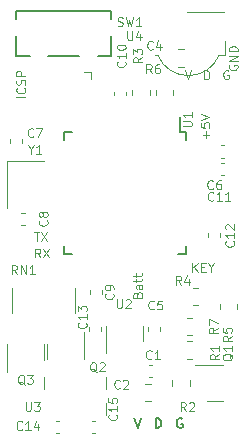
<source format=gbr>
%TF.GenerationSoftware,KiCad,Pcbnew,(7.0.0)*%
%TF.CreationDate,2024-01-17T13:13:29+01:00*%
%TF.ProjectId,LED_poi,4c45445f-706f-4692-9e6b-696361645f70,A*%
%TF.SameCoordinates,Original*%
%TF.FileFunction,Legend,Top*%
%TF.FilePolarity,Positive*%
%FSLAX46Y46*%
G04 Gerber Fmt 4.6, Leading zero omitted, Abs format (unit mm)*
G04 Created by KiCad (PCBNEW (7.0.0)) date 2024-01-17 13:13:29*
%MOMM*%
%LPD*%
G01*
G04 APERTURE LIST*
%ADD10C,0.120000*%
%ADD11C,0.150000*%
%ADD12C,0.152400*%
G04 APERTURE END LIST*
D10*
%TO.C,C8*%
X85604107Y-63525000D02*
X85639821Y-63560714D01*
X85639821Y-63560714D02*
X85675535Y-63667857D01*
X85675535Y-63667857D02*
X85675535Y-63739285D01*
X85675535Y-63739285D02*
X85639821Y-63846428D01*
X85639821Y-63846428D02*
X85568392Y-63917857D01*
X85568392Y-63917857D02*
X85496964Y-63953571D01*
X85496964Y-63953571D02*
X85354107Y-63989285D01*
X85354107Y-63989285D02*
X85246964Y-63989285D01*
X85246964Y-63989285D02*
X85104107Y-63953571D01*
X85104107Y-63953571D02*
X85032678Y-63917857D01*
X85032678Y-63917857D02*
X84961250Y-63846428D01*
X84961250Y-63846428D02*
X84925535Y-63739285D01*
X84925535Y-63739285D02*
X84925535Y-63667857D01*
X84925535Y-63667857D02*
X84961250Y-63560714D01*
X84961250Y-63560714D02*
X84996964Y-63525000D01*
X85246964Y-63096428D02*
X85211250Y-63167857D01*
X85211250Y-63167857D02*
X85175535Y-63203571D01*
X85175535Y-63203571D02*
X85104107Y-63239285D01*
X85104107Y-63239285D02*
X85068392Y-63239285D01*
X85068392Y-63239285D02*
X84996964Y-63203571D01*
X84996964Y-63203571D02*
X84961250Y-63167857D01*
X84961250Y-63167857D02*
X84925535Y-63096428D01*
X84925535Y-63096428D02*
X84925535Y-62953571D01*
X84925535Y-62953571D02*
X84961250Y-62882143D01*
X84961250Y-62882143D02*
X84996964Y-62846428D01*
X84996964Y-62846428D02*
X85068392Y-62810714D01*
X85068392Y-62810714D02*
X85104107Y-62810714D01*
X85104107Y-62810714D02*
X85175535Y-62846428D01*
X85175535Y-62846428D02*
X85211250Y-62882143D01*
X85211250Y-62882143D02*
X85246964Y-62953571D01*
X85246964Y-62953571D02*
X85246964Y-63096428D01*
X85246964Y-63096428D02*
X85282678Y-63167857D01*
X85282678Y-63167857D02*
X85318392Y-63203571D01*
X85318392Y-63203571D02*
X85389821Y-63239285D01*
X85389821Y-63239285D02*
X85532678Y-63239285D01*
X85532678Y-63239285D02*
X85604107Y-63203571D01*
X85604107Y-63203571D02*
X85639821Y-63167857D01*
X85639821Y-63167857D02*
X85675535Y-63096428D01*
X85675535Y-63096428D02*
X85675535Y-62953571D01*
X85675535Y-62953571D02*
X85639821Y-62882143D01*
X85639821Y-62882143D02*
X85604107Y-62846428D01*
X85604107Y-62846428D02*
X85532678Y-62810714D01*
X85532678Y-62810714D02*
X85389821Y-62810714D01*
X85389821Y-62810714D02*
X85318392Y-62846428D01*
X85318392Y-62846428D02*
X85282678Y-62882143D01*
X85282678Y-62882143D02*
X85246964Y-62953571D01*
%TO.C,Q2*%
X89828571Y-76371964D02*
X89757142Y-76336250D01*
X89757142Y-76336250D02*
X89685714Y-76264821D01*
X89685714Y-76264821D02*
X89578571Y-76157678D01*
X89578571Y-76157678D02*
X89507142Y-76121964D01*
X89507142Y-76121964D02*
X89435714Y-76121964D01*
X89471428Y-76300535D02*
X89400000Y-76264821D01*
X89400000Y-76264821D02*
X89328571Y-76193392D01*
X89328571Y-76193392D02*
X89292857Y-76050535D01*
X89292857Y-76050535D02*
X89292857Y-75800535D01*
X89292857Y-75800535D02*
X89328571Y-75657678D01*
X89328571Y-75657678D02*
X89400000Y-75586250D01*
X89400000Y-75586250D02*
X89471428Y-75550535D01*
X89471428Y-75550535D02*
X89614285Y-75550535D01*
X89614285Y-75550535D02*
X89685714Y-75586250D01*
X89685714Y-75586250D02*
X89757142Y-75657678D01*
X89757142Y-75657678D02*
X89792857Y-75800535D01*
X89792857Y-75800535D02*
X89792857Y-76050535D01*
X89792857Y-76050535D02*
X89757142Y-76193392D01*
X89757142Y-76193392D02*
X89685714Y-76264821D01*
X89685714Y-76264821D02*
X89614285Y-76300535D01*
X89614285Y-76300535D02*
X89471428Y-76300535D01*
X90078571Y-75621964D02*
X90114285Y-75586250D01*
X90114285Y-75586250D02*
X90185714Y-75550535D01*
X90185714Y-75550535D02*
X90364285Y-75550535D01*
X90364285Y-75550535D02*
X90435714Y-75586250D01*
X90435714Y-75586250D02*
X90471428Y-75621964D01*
X90471428Y-75621964D02*
X90507142Y-75693392D01*
X90507142Y-75693392D02*
X90507142Y-75764821D01*
X90507142Y-75764821D02*
X90471428Y-75871964D01*
X90471428Y-75871964D02*
X90042856Y-76300535D01*
X90042856Y-76300535D02*
X90507142Y-76300535D01*
%TO.C,RN1*%
X83082142Y-68075535D02*
X82832142Y-67718392D01*
X82653571Y-68075535D02*
X82653571Y-67325535D01*
X82653571Y-67325535D02*
X82939285Y-67325535D01*
X82939285Y-67325535D02*
X83010714Y-67361250D01*
X83010714Y-67361250D02*
X83046428Y-67396964D01*
X83046428Y-67396964D02*
X83082142Y-67468392D01*
X83082142Y-67468392D02*
X83082142Y-67575535D01*
X83082142Y-67575535D02*
X83046428Y-67646964D01*
X83046428Y-67646964D02*
X83010714Y-67682678D01*
X83010714Y-67682678D02*
X82939285Y-67718392D01*
X82939285Y-67718392D02*
X82653571Y-67718392D01*
X83403571Y-68075535D02*
X83403571Y-67325535D01*
X83403571Y-67325535D02*
X83832142Y-68075535D01*
X83832142Y-68075535D02*
X83832142Y-67325535D01*
X84582142Y-68075535D02*
X84153571Y-68075535D01*
X84367856Y-68075535D02*
X84367856Y-67325535D01*
X84367856Y-67325535D02*
X84296428Y-67432678D01*
X84296428Y-67432678D02*
X84224999Y-67504107D01*
X84224999Y-67504107D02*
X84153571Y-67539821D01*
%TO.C,J6*%
X99089821Y-56564285D02*
X99089821Y-55992857D01*
X99375535Y-56278571D02*
X98804107Y-56278571D01*
X98625535Y-55278571D02*
X98625535Y-55635714D01*
X98625535Y-55635714D02*
X98982678Y-55671428D01*
X98982678Y-55671428D02*
X98946964Y-55635714D01*
X98946964Y-55635714D02*
X98911250Y-55564286D01*
X98911250Y-55564286D02*
X98911250Y-55385714D01*
X98911250Y-55385714D02*
X98946964Y-55314286D01*
X98946964Y-55314286D02*
X98982678Y-55278571D01*
X98982678Y-55278571D02*
X99054107Y-55242857D01*
X99054107Y-55242857D02*
X99232678Y-55242857D01*
X99232678Y-55242857D02*
X99304107Y-55278571D01*
X99304107Y-55278571D02*
X99339821Y-55314286D01*
X99339821Y-55314286D02*
X99375535Y-55385714D01*
X99375535Y-55385714D02*
X99375535Y-55564286D01*
X99375535Y-55564286D02*
X99339821Y-55635714D01*
X99339821Y-55635714D02*
X99304107Y-55671428D01*
X98625535Y-55028571D02*
X99375535Y-54778571D01*
X99375535Y-54778571D02*
X98625535Y-54528571D01*
%TO.C,J9*%
X101061250Y-50371428D02*
X101025535Y-50442857D01*
X101025535Y-50442857D02*
X101025535Y-50549999D01*
X101025535Y-50549999D02*
X101061250Y-50657142D01*
X101061250Y-50657142D02*
X101132678Y-50728571D01*
X101132678Y-50728571D02*
X101204107Y-50764285D01*
X101204107Y-50764285D02*
X101346964Y-50799999D01*
X101346964Y-50799999D02*
X101454107Y-50799999D01*
X101454107Y-50799999D02*
X101596964Y-50764285D01*
X101596964Y-50764285D02*
X101668392Y-50728571D01*
X101668392Y-50728571D02*
X101739821Y-50657142D01*
X101739821Y-50657142D02*
X101775535Y-50549999D01*
X101775535Y-50549999D02*
X101775535Y-50478571D01*
X101775535Y-50478571D02*
X101739821Y-50371428D01*
X101739821Y-50371428D02*
X101704107Y-50335714D01*
X101704107Y-50335714D02*
X101454107Y-50335714D01*
X101454107Y-50335714D02*
X101454107Y-50478571D01*
X101775535Y-50014285D02*
X101025535Y-50014285D01*
X101025535Y-50014285D02*
X101775535Y-49585714D01*
X101775535Y-49585714D02*
X101025535Y-49585714D01*
X101775535Y-49228571D02*
X101025535Y-49228571D01*
X101025535Y-49228571D02*
X101025535Y-49050000D01*
X101025535Y-49050000D02*
X101061250Y-48942857D01*
X101061250Y-48942857D02*
X101132678Y-48871428D01*
X101132678Y-48871428D02*
X101204107Y-48835714D01*
X101204107Y-48835714D02*
X101346964Y-48800000D01*
X101346964Y-48800000D02*
X101454107Y-48800000D01*
X101454107Y-48800000D02*
X101596964Y-48835714D01*
X101596964Y-48835714D02*
X101668392Y-48871428D01*
X101668392Y-48871428D02*
X101739821Y-48942857D01*
X101739821Y-48942857D02*
X101775535Y-49050000D01*
X101775535Y-49050000D02*
X101775535Y-49228571D01*
%TO.C,SW1*%
X91600000Y-47039821D02*
X91707143Y-47075535D01*
X91707143Y-47075535D02*
X91885714Y-47075535D01*
X91885714Y-47075535D02*
X91957143Y-47039821D01*
X91957143Y-47039821D02*
X91992857Y-47004107D01*
X91992857Y-47004107D02*
X92028571Y-46932678D01*
X92028571Y-46932678D02*
X92028571Y-46861250D01*
X92028571Y-46861250D02*
X91992857Y-46789821D01*
X91992857Y-46789821D02*
X91957143Y-46754107D01*
X91957143Y-46754107D02*
X91885714Y-46718392D01*
X91885714Y-46718392D02*
X91742857Y-46682678D01*
X91742857Y-46682678D02*
X91671428Y-46646964D01*
X91671428Y-46646964D02*
X91635714Y-46611250D01*
X91635714Y-46611250D02*
X91600000Y-46539821D01*
X91600000Y-46539821D02*
X91600000Y-46468392D01*
X91600000Y-46468392D02*
X91635714Y-46396964D01*
X91635714Y-46396964D02*
X91671428Y-46361250D01*
X91671428Y-46361250D02*
X91742857Y-46325535D01*
X91742857Y-46325535D02*
X91921428Y-46325535D01*
X91921428Y-46325535D02*
X92028571Y-46361250D01*
X92278571Y-46325535D02*
X92457143Y-47075535D01*
X92457143Y-47075535D02*
X92600000Y-46539821D01*
X92600000Y-46539821D02*
X92742857Y-47075535D01*
X92742857Y-47075535D02*
X92921429Y-46325535D01*
X93600000Y-47075535D02*
X93171429Y-47075535D01*
X93385714Y-47075535D02*
X93385714Y-46325535D01*
X93385714Y-46325535D02*
X93314286Y-46432678D01*
X93314286Y-46432678D02*
X93242857Y-46504107D01*
X93242857Y-46504107D02*
X93171429Y-46539821D01*
%TO.C,C1*%
X94474999Y-75204107D02*
X94439285Y-75239821D01*
X94439285Y-75239821D02*
X94332142Y-75275535D01*
X94332142Y-75275535D02*
X94260714Y-75275535D01*
X94260714Y-75275535D02*
X94153571Y-75239821D01*
X94153571Y-75239821D02*
X94082142Y-75168392D01*
X94082142Y-75168392D02*
X94046428Y-75096964D01*
X94046428Y-75096964D02*
X94010714Y-74954107D01*
X94010714Y-74954107D02*
X94010714Y-74846964D01*
X94010714Y-74846964D02*
X94046428Y-74704107D01*
X94046428Y-74704107D02*
X94082142Y-74632678D01*
X94082142Y-74632678D02*
X94153571Y-74561250D01*
X94153571Y-74561250D02*
X94260714Y-74525535D01*
X94260714Y-74525535D02*
X94332142Y-74525535D01*
X94332142Y-74525535D02*
X94439285Y-74561250D01*
X94439285Y-74561250D02*
X94474999Y-74596964D01*
X95189285Y-75275535D02*
X94760714Y-75275535D01*
X94974999Y-75275535D02*
X94974999Y-74525535D01*
X94974999Y-74525535D02*
X94903571Y-74632678D01*
X94903571Y-74632678D02*
X94832142Y-74704107D01*
X94832142Y-74704107D02*
X94760714Y-74739821D01*
%TO.C,U4*%
X92428571Y-47525535D02*
X92428571Y-48132678D01*
X92428571Y-48132678D02*
X92464285Y-48204107D01*
X92464285Y-48204107D02*
X92500000Y-48239821D01*
X92500000Y-48239821D02*
X92571428Y-48275535D01*
X92571428Y-48275535D02*
X92714285Y-48275535D01*
X92714285Y-48275535D02*
X92785714Y-48239821D01*
X92785714Y-48239821D02*
X92821428Y-48204107D01*
X92821428Y-48204107D02*
X92857142Y-48132678D01*
X92857142Y-48132678D02*
X92857142Y-47525535D01*
X93535714Y-47775535D02*
X93535714Y-48275535D01*
X93357142Y-47489821D02*
X93178571Y-48025535D01*
X93178571Y-48025535D02*
X93642856Y-48025535D01*
%TO.C,R5*%
X101275535Y-73325000D02*
X100918392Y-73575000D01*
X101275535Y-73753571D02*
X100525535Y-73753571D01*
X100525535Y-73753571D02*
X100525535Y-73467857D01*
X100525535Y-73467857D02*
X100561250Y-73396428D01*
X100561250Y-73396428D02*
X100596964Y-73360714D01*
X100596964Y-73360714D02*
X100668392Y-73325000D01*
X100668392Y-73325000D02*
X100775535Y-73325000D01*
X100775535Y-73325000D02*
X100846964Y-73360714D01*
X100846964Y-73360714D02*
X100882678Y-73396428D01*
X100882678Y-73396428D02*
X100918392Y-73467857D01*
X100918392Y-73467857D02*
X100918392Y-73753571D01*
X100525535Y-72646428D02*
X100525535Y-73003571D01*
X100525535Y-73003571D02*
X100882678Y-73039285D01*
X100882678Y-73039285D02*
X100846964Y-73003571D01*
X100846964Y-73003571D02*
X100811250Y-72932143D01*
X100811250Y-72932143D02*
X100811250Y-72753571D01*
X100811250Y-72753571D02*
X100846964Y-72682143D01*
X100846964Y-72682143D02*
X100882678Y-72646428D01*
X100882678Y-72646428D02*
X100954107Y-72610714D01*
X100954107Y-72610714D02*
X101132678Y-72610714D01*
X101132678Y-72610714D02*
X101204107Y-72646428D01*
X101204107Y-72646428D02*
X101239821Y-72682143D01*
X101239821Y-72682143D02*
X101275535Y-72753571D01*
X101275535Y-72753571D02*
X101275535Y-72932143D01*
X101275535Y-72932143D02*
X101239821Y-73003571D01*
X101239821Y-73003571D02*
X101204107Y-73039285D01*
%TO.C,C2*%
X91774999Y-77704107D02*
X91739285Y-77739821D01*
X91739285Y-77739821D02*
X91632142Y-77775535D01*
X91632142Y-77775535D02*
X91560714Y-77775535D01*
X91560714Y-77775535D02*
X91453571Y-77739821D01*
X91453571Y-77739821D02*
X91382142Y-77668392D01*
X91382142Y-77668392D02*
X91346428Y-77596964D01*
X91346428Y-77596964D02*
X91310714Y-77454107D01*
X91310714Y-77454107D02*
X91310714Y-77346964D01*
X91310714Y-77346964D02*
X91346428Y-77204107D01*
X91346428Y-77204107D02*
X91382142Y-77132678D01*
X91382142Y-77132678D02*
X91453571Y-77061250D01*
X91453571Y-77061250D02*
X91560714Y-77025535D01*
X91560714Y-77025535D02*
X91632142Y-77025535D01*
X91632142Y-77025535D02*
X91739285Y-77061250D01*
X91739285Y-77061250D02*
X91774999Y-77096964D01*
X92060714Y-77096964D02*
X92096428Y-77061250D01*
X92096428Y-77061250D02*
X92167857Y-77025535D01*
X92167857Y-77025535D02*
X92346428Y-77025535D01*
X92346428Y-77025535D02*
X92417857Y-77061250D01*
X92417857Y-77061250D02*
X92453571Y-77096964D01*
X92453571Y-77096964D02*
X92489285Y-77168392D01*
X92489285Y-77168392D02*
X92489285Y-77239821D01*
X92489285Y-77239821D02*
X92453571Y-77346964D01*
X92453571Y-77346964D02*
X92024999Y-77775535D01*
X92024999Y-77775535D02*
X92489285Y-77775535D01*
%TO.C,C5*%
X94674999Y-71004107D02*
X94639285Y-71039821D01*
X94639285Y-71039821D02*
X94532142Y-71075535D01*
X94532142Y-71075535D02*
X94460714Y-71075535D01*
X94460714Y-71075535D02*
X94353571Y-71039821D01*
X94353571Y-71039821D02*
X94282142Y-70968392D01*
X94282142Y-70968392D02*
X94246428Y-70896964D01*
X94246428Y-70896964D02*
X94210714Y-70754107D01*
X94210714Y-70754107D02*
X94210714Y-70646964D01*
X94210714Y-70646964D02*
X94246428Y-70504107D01*
X94246428Y-70504107D02*
X94282142Y-70432678D01*
X94282142Y-70432678D02*
X94353571Y-70361250D01*
X94353571Y-70361250D02*
X94460714Y-70325535D01*
X94460714Y-70325535D02*
X94532142Y-70325535D01*
X94532142Y-70325535D02*
X94639285Y-70361250D01*
X94639285Y-70361250D02*
X94674999Y-70396964D01*
X95353571Y-70325535D02*
X94996428Y-70325535D01*
X94996428Y-70325535D02*
X94960714Y-70682678D01*
X94960714Y-70682678D02*
X94996428Y-70646964D01*
X94996428Y-70646964D02*
X95067857Y-70611250D01*
X95067857Y-70611250D02*
X95246428Y-70611250D01*
X95246428Y-70611250D02*
X95317857Y-70646964D01*
X95317857Y-70646964D02*
X95353571Y-70682678D01*
X95353571Y-70682678D02*
X95389285Y-70754107D01*
X95389285Y-70754107D02*
X95389285Y-70932678D01*
X95389285Y-70932678D02*
X95353571Y-71004107D01*
X95353571Y-71004107D02*
X95317857Y-71039821D01*
X95317857Y-71039821D02*
X95246428Y-71075535D01*
X95246428Y-71075535D02*
X95067857Y-71075535D01*
X95067857Y-71075535D02*
X94996428Y-71039821D01*
X94996428Y-71039821D02*
X94960714Y-71004107D01*
%TO.C,R6*%
X94474999Y-51075535D02*
X94224999Y-50718392D01*
X94046428Y-51075535D02*
X94046428Y-50325535D01*
X94046428Y-50325535D02*
X94332142Y-50325535D01*
X94332142Y-50325535D02*
X94403571Y-50361250D01*
X94403571Y-50361250D02*
X94439285Y-50396964D01*
X94439285Y-50396964D02*
X94474999Y-50468392D01*
X94474999Y-50468392D02*
X94474999Y-50575535D01*
X94474999Y-50575535D02*
X94439285Y-50646964D01*
X94439285Y-50646964D02*
X94403571Y-50682678D01*
X94403571Y-50682678D02*
X94332142Y-50718392D01*
X94332142Y-50718392D02*
X94046428Y-50718392D01*
X95117857Y-50325535D02*
X94974999Y-50325535D01*
X94974999Y-50325535D02*
X94903571Y-50361250D01*
X94903571Y-50361250D02*
X94867857Y-50396964D01*
X94867857Y-50396964D02*
X94796428Y-50504107D01*
X94796428Y-50504107D02*
X94760714Y-50646964D01*
X94760714Y-50646964D02*
X94760714Y-50932678D01*
X94760714Y-50932678D02*
X94796428Y-51004107D01*
X94796428Y-51004107D02*
X94832142Y-51039821D01*
X94832142Y-51039821D02*
X94903571Y-51075535D01*
X94903571Y-51075535D02*
X95046428Y-51075535D01*
X95046428Y-51075535D02*
X95117857Y-51039821D01*
X95117857Y-51039821D02*
X95153571Y-51004107D01*
X95153571Y-51004107D02*
X95189285Y-50932678D01*
X95189285Y-50932678D02*
X95189285Y-50754107D01*
X95189285Y-50754107D02*
X95153571Y-50682678D01*
X95153571Y-50682678D02*
X95117857Y-50646964D01*
X95117857Y-50646964D02*
X95046428Y-50611250D01*
X95046428Y-50611250D02*
X94903571Y-50611250D01*
X94903571Y-50611250D02*
X94832142Y-50646964D01*
X94832142Y-50646964D02*
X94796428Y-50682678D01*
X94796428Y-50682678D02*
X94760714Y-50754107D01*
%TO.C,Y1*%
X84242857Y-57518392D02*
X84242857Y-57875535D01*
X83992857Y-57125535D02*
X84242857Y-57518392D01*
X84242857Y-57518392D02*
X84492857Y-57125535D01*
X85135714Y-57875535D02*
X84707143Y-57875535D01*
X84921428Y-57875535D02*
X84921428Y-57125535D01*
X84921428Y-57125535D02*
X84850000Y-57232678D01*
X84850000Y-57232678D02*
X84778571Y-57304107D01*
X84778571Y-57304107D02*
X84707143Y-57339821D01*
%TO.C,Q1*%
X101346964Y-74821428D02*
X101311250Y-74892857D01*
X101311250Y-74892857D02*
X101239821Y-74964285D01*
X101239821Y-74964285D02*
X101132678Y-75071428D01*
X101132678Y-75071428D02*
X101096964Y-75142857D01*
X101096964Y-75142857D02*
X101096964Y-75214285D01*
X101275535Y-75178571D02*
X101239821Y-75250000D01*
X101239821Y-75250000D02*
X101168392Y-75321428D01*
X101168392Y-75321428D02*
X101025535Y-75357142D01*
X101025535Y-75357142D02*
X100775535Y-75357142D01*
X100775535Y-75357142D02*
X100632678Y-75321428D01*
X100632678Y-75321428D02*
X100561250Y-75250000D01*
X100561250Y-75250000D02*
X100525535Y-75178571D01*
X100525535Y-75178571D02*
X100525535Y-75035714D01*
X100525535Y-75035714D02*
X100561250Y-74964285D01*
X100561250Y-74964285D02*
X100632678Y-74892857D01*
X100632678Y-74892857D02*
X100775535Y-74857142D01*
X100775535Y-74857142D02*
X101025535Y-74857142D01*
X101025535Y-74857142D02*
X101168392Y-74892857D01*
X101168392Y-74892857D02*
X101239821Y-74964285D01*
X101239821Y-74964285D02*
X101275535Y-75035714D01*
X101275535Y-75035714D02*
X101275535Y-75178571D01*
X101275535Y-74142857D02*
X101275535Y-74571428D01*
X101275535Y-74357143D02*
X100525535Y-74357143D01*
X100525535Y-74357143D02*
X100632678Y-74428571D01*
X100632678Y-74428571D02*
X100704107Y-74500000D01*
X100704107Y-74500000D02*
X100739821Y-74571428D01*
%TO.C,R3*%
X93675535Y-49725000D02*
X93318392Y-49975000D01*
X93675535Y-50153571D02*
X92925535Y-50153571D01*
X92925535Y-50153571D02*
X92925535Y-49867857D01*
X92925535Y-49867857D02*
X92961250Y-49796428D01*
X92961250Y-49796428D02*
X92996964Y-49760714D01*
X92996964Y-49760714D02*
X93068392Y-49725000D01*
X93068392Y-49725000D02*
X93175535Y-49725000D01*
X93175535Y-49725000D02*
X93246964Y-49760714D01*
X93246964Y-49760714D02*
X93282678Y-49796428D01*
X93282678Y-49796428D02*
X93318392Y-49867857D01*
X93318392Y-49867857D02*
X93318392Y-50153571D01*
X92925535Y-49475000D02*
X92925535Y-49010714D01*
X92925535Y-49010714D02*
X93211250Y-49260714D01*
X93211250Y-49260714D02*
X93211250Y-49153571D01*
X93211250Y-49153571D02*
X93246964Y-49082143D01*
X93246964Y-49082143D02*
X93282678Y-49046428D01*
X93282678Y-49046428D02*
X93354107Y-49010714D01*
X93354107Y-49010714D02*
X93532678Y-49010714D01*
X93532678Y-49010714D02*
X93604107Y-49046428D01*
X93604107Y-49046428D02*
X93639821Y-49082143D01*
X93639821Y-49082143D02*
X93675535Y-49153571D01*
X93675535Y-49153571D02*
X93675535Y-49367857D01*
X93675535Y-49367857D02*
X93639821Y-49439285D01*
X93639821Y-49439285D02*
X93604107Y-49475000D01*
D11*
%TO.C,J3*%
X93022667Y-80281253D02*
X93296000Y-81101253D01*
X93296000Y-81101253D02*
X93569333Y-80281253D01*
X94826667Y-81101253D02*
X94826667Y-80281253D01*
X94826667Y-80281253D02*
X95021905Y-80281253D01*
X95021905Y-80281253D02*
X95139048Y-80320301D01*
X95139048Y-80320301D02*
X95217143Y-80398396D01*
X95217143Y-80398396D02*
X95256190Y-80476491D01*
X95256190Y-80476491D02*
X95295238Y-80632681D01*
X95295238Y-80632681D02*
X95295238Y-80749824D01*
X95295238Y-80749824D02*
X95256190Y-80906015D01*
X95256190Y-80906015D02*
X95217143Y-80984110D01*
X95217143Y-80984110D02*
X95139048Y-81062205D01*
X95139048Y-81062205D02*
X95021905Y-81101253D01*
X95021905Y-81101253D02*
X94826667Y-81101253D01*
X97060190Y-80320301D02*
X96982095Y-80281253D01*
X96982095Y-80281253D02*
X96864952Y-80281253D01*
X96864952Y-80281253D02*
X96747809Y-80320301D01*
X96747809Y-80320301D02*
X96669714Y-80398396D01*
X96669714Y-80398396D02*
X96630667Y-80476491D01*
X96630667Y-80476491D02*
X96591619Y-80632681D01*
X96591619Y-80632681D02*
X96591619Y-80749824D01*
X96591619Y-80749824D02*
X96630667Y-80906015D01*
X96630667Y-80906015D02*
X96669714Y-80984110D01*
X96669714Y-80984110D02*
X96747809Y-81062205D01*
X96747809Y-81062205D02*
X96864952Y-81101253D01*
X96864952Y-81101253D02*
X96943048Y-81101253D01*
X96943048Y-81101253D02*
X97060190Y-81062205D01*
X97060190Y-81062205D02*
X97099238Y-81023158D01*
X97099238Y-81023158D02*
X97099238Y-80749824D01*
X97099238Y-80749824D02*
X96943048Y-80749824D01*
D10*
%TO.C,U1*%
X97125535Y-55571428D02*
X97732678Y-55571428D01*
X97732678Y-55571428D02*
X97804107Y-55535714D01*
X97804107Y-55535714D02*
X97839821Y-55500000D01*
X97839821Y-55500000D02*
X97875535Y-55428571D01*
X97875535Y-55428571D02*
X97875535Y-55285714D01*
X97875535Y-55285714D02*
X97839821Y-55214285D01*
X97839821Y-55214285D02*
X97804107Y-55178571D01*
X97804107Y-55178571D02*
X97732678Y-55142857D01*
X97732678Y-55142857D02*
X97125535Y-55142857D01*
X97875535Y-54392857D02*
X97875535Y-54821428D01*
X97875535Y-54607143D02*
X97125535Y-54607143D01*
X97125535Y-54607143D02*
X97232678Y-54678571D01*
X97232678Y-54678571D02*
X97304107Y-54750000D01*
X97304107Y-54750000D02*
X97339821Y-54821428D01*
%TO.C,J1*%
X97300000Y-50825535D02*
X97550000Y-51575535D01*
X97550000Y-51575535D02*
X97800000Y-50825535D01*
X98950000Y-51575535D02*
X98950000Y-50825535D01*
X98950000Y-50825535D02*
X99128571Y-50825535D01*
X99128571Y-50825535D02*
X99235714Y-50861250D01*
X99235714Y-50861250D02*
X99307143Y-50932678D01*
X99307143Y-50932678D02*
X99342857Y-51004107D01*
X99342857Y-51004107D02*
X99378571Y-51146964D01*
X99378571Y-51146964D02*
X99378571Y-51254107D01*
X99378571Y-51254107D02*
X99342857Y-51396964D01*
X99342857Y-51396964D02*
X99307143Y-51468392D01*
X99307143Y-51468392D02*
X99235714Y-51539821D01*
X99235714Y-51539821D02*
X99128571Y-51575535D01*
X99128571Y-51575535D02*
X98950000Y-51575535D01*
X100992857Y-50861250D02*
X100921429Y-50825535D01*
X100921429Y-50825535D02*
X100814286Y-50825535D01*
X100814286Y-50825535D02*
X100707143Y-50861250D01*
X100707143Y-50861250D02*
X100635714Y-50932678D01*
X100635714Y-50932678D02*
X100600000Y-51004107D01*
X100600000Y-51004107D02*
X100564286Y-51146964D01*
X100564286Y-51146964D02*
X100564286Y-51254107D01*
X100564286Y-51254107D02*
X100600000Y-51396964D01*
X100600000Y-51396964D02*
X100635714Y-51468392D01*
X100635714Y-51468392D02*
X100707143Y-51539821D01*
X100707143Y-51539821D02*
X100814286Y-51575535D01*
X100814286Y-51575535D02*
X100885714Y-51575535D01*
X100885714Y-51575535D02*
X100992857Y-51539821D01*
X100992857Y-51539821D02*
X101028571Y-51504107D01*
X101028571Y-51504107D02*
X101028571Y-51254107D01*
X101028571Y-51254107D02*
X100885714Y-51254107D01*
%TO.C,J7*%
X97942857Y-67875535D02*
X97942857Y-67125535D01*
X98371428Y-67875535D02*
X98050000Y-67446964D01*
X98371428Y-67125535D02*
X97942857Y-67554107D01*
X98692857Y-67482678D02*
X98942857Y-67482678D01*
X99050000Y-67875535D02*
X98692857Y-67875535D01*
X98692857Y-67875535D02*
X98692857Y-67125535D01*
X98692857Y-67125535D02*
X99050000Y-67125535D01*
X99514285Y-67518392D02*
X99514285Y-67875535D01*
X99264285Y-67125535D02*
X99514285Y-67518392D01*
X99514285Y-67518392D02*
X99764285Y-67125535D01*
%TO.C,R7*%
X100075535Y-72625000D02*
X99718392Y-72875000D01*
X100075535Y-73053571D02*
X99325535Y-73053571D01*
X99325535Y-73053571D02*
X99325535Y-72767857D01*
X99325535Y-72767857D02*
X99361250Y-72696428D01*
X99361250Y-72696428D02*
X99396964Y-72660714D01*
X99396964Y-72660714D02*
X99468392Y-72625000D01*
X99468392Y-72625000D02*
X99575535Y-72625000D01*
X99575535Y-72625000D02*
X99646964Y-72660714D01*
X99646964Y-72660714D02*
X99682678Y-72696428D01*
X99682678Y-72696428D02*
X99718392Y-72767857D01*
X99718392Y-72767857D02*
X99718392Y-73053571D01*
X99325535Y-72375000D02*
X99325535Y-71875000D01*
X99325535Y-71875000D02*
X100075535Y-72196428D01*
%TO.C,J5*%
X93282678Y-69814284D02*
X93318392Y-69707141D01*
X93318392Y-69707141D02*
X93354107Y-69671427D01*
X93354107Y-69671427D02*
X93425535Y-69635713D01*
X93425535Y-69635713D02*
X93532678Y-69635713D01*
X93532678Y-69635713D02*
X93604107Y-69671427D01*
X93604107Y-69671427D02*
X93639821Y-69707141D01*
X93639821Y-69707141D02*
X93675535Y-69778570D01*
X93675535Y-69778570D02*
X93675535Y-70064284D01*
X93675535Y-70064284D02*
X92925535Y-70064284D01*
X92925535Y-70064284D02*
X92925535Y-69814284D01*
X92925535Y-69814284D02*
X92961250Y-69742856D01*
X92961250Y-69742856D02*
X92996964Y-69707141D01*
X92996964Y-69707141D02*
X93068392Y-69671427D01*
X93068392Y-69671427D02*
X93139821Y-69671427D01*
X93139821Y-69671427D02*
X93211250Y-69707141D01*
X93211250Y-69707141D02*
X93246964Y-69742856D01*
X93246964Y-69742856D02*
X93282678Y-69814284D01*
X93282678Y-69814284D02*
X93282678Y-70064284D01*
X93675535Y-68992856D02*
X93282678Y-68992856D01*
X93282678Y-68992856D02*
X93211250Y-69028570D01*
X93211250Y-69028570D02*
X93175535Y-69099998D01*
X93175535Y-69099998D02*
X93175535Y-69242856D01*
X93175535Y-69242856D02*
X93211250Y-69314284D01*
X93639821Y-68992856D02*
X93675535Y-69064284D01*
X93675535Y-69064284D02*
X93675535Y-69242856D01*
X93675535Y-69242856D02*
X93639821Y-69314284D01*
X93639821Y-69314284D02*
X93568392Y-69349998D01*
X93568392Y-69349998D02*
X93496964Y-69349998D01*
X93496964Y-69349998D02*
X93425535Y-69314284D01*
X93425535Y-69314284D02*
X93389821Y-69242856D01*
X93389821Y-69242856D02*
X93389821Y-69064284D01*
X93389821Y-69064284D02*
X93354107Y-68992856D01*
X93175535Y-68742856D02*
X93175535Y-68457142D01*
X92925535Y-68635713D02*
X93568392Y-68635713D01*
X93568392Y-68635713D02*
X93639821Y-68599999D01*
X93639821Y-68599999D02*
X93675535Y-68528570D01*
X93675535Y-68528570D02*
X93675535Y-68457142D01*
X93175535Y-68314285D02*
X93175535Y-68028571D01*
X92925535Y-68207142D02*
X93568392Y-68207142D01*
X93568392Y-68207142D02*
X93639821Y-68171428D01*
X93639821Y-68171428D02*
X93675535Y-68099999D01*
X93675535Y-68099999D02*
X93675535Y-68028571D01*
%TO.C,C9*%
X91204107Y-69725000D02*
X91239821Y-69760714D01*
X91239821Y-69760714D02*
X91275535Y-69867857D01*
X91275535Y-69867857D02*
X91275535Y-69939285D01*
X91275535Y-69939285D02*
X91239821Y-70046428D01*
X91239821Y-70046428D02*
X91168392Y-70117857D01*
X91168392Y-70117857D02*
X91096964Y-70153571D01*
X91096964Y-70153571D02*
X90954107Y-70189285D01*
X90954107Y-70189285D02*
X90846964Y-70189285D01*
X90846964Y-70189285D02*
X90704107Y-70153571D01*
X90704107Y-70153571D02*
X90632678Y-70117857D01*
X90632678Y-70117857D02*
X90561250Y-70046428D01*
X90561250Y-70046428D02*
X90525535Y-69939285D01*
X90525535Y-69939285D02*
X90525535Y-69867857D01*
X90525535Y-69867857D02*
X90561250Y-69760714D01*
X90561250Y-69760714D02*
X90596964Y-69725000D01*
X91275535Y-69367857D02*
X91275535Y-69225000D01*
X91275535Y-69225000D02*
X91239821Y-69153571D01*
X91239821Y-69153571D02*
X91204107Y-69117857D01*
X91204107Y-69117857D02*
X91096964Y-69046428D01*
X91096964Y-69046428D02*
X90954107Y-69010714D01*
X90954107Y-69010714D02*
X90668392Y-69010714D01*
X90668392Y-69010714D02*
X90596964Y-69046428D01*
X90596964Y-69046428D02*
X90561250Y-69082143D01*
X90561250Y-69082143D02*
X90525535Y-69153571D01*
X90525535Y-69153571D02*
X90525535Y-69296428D01*
X90525535Y-69296428D02*
X90561250Y-69367857D01*
X90561250Y-69367857D02*
X90596964Y-69403571D01*
X90596964Y-69403571D02*
X90668392Y-69439285D01*
X90668392Y-69439285D02*
X90846964Y-69439285D01*
X90846964Y-69439285D02*
X90918392Y-69403571D01*
X90918392Y-69403571D02*
X90954107Y-69367857D01*
X90954107Y-69367857D02*
X90989821Y-69296428D01*
X90989821Y-69296428D02*
X90989821Y-69153571D01*
X90989821Y-69153571D02*
X90954107Y-69082143D01*
X90954107Y-69082143D02*
X90918392Y-69046428D01*
X90918392Y-69046428D02*
X90846964Y-69010714D01*
%TO.C,C12*%
X101404107Y-65282143D02*
X101439821Y-65317857D01*
X101439821Y-65317857D02*
X101475535Y-65425000D01*
X101475535Y-65425000D02*
X101475535Y-65496428D01*
X101475535Y-65496428D02*
X101439821Y-65603571D01*
X101439821Y-65603571D02*
X101368392Y-65675000D01*
X101368392Y-65675000D02*
X101296964Y-65710714D01*
X101296964Y-65710714D02*
X101154107Y-65746428D01*
X101154107Y-65746428D02*
X101046964Y-65746428D01*
X101046964Y-65746428D02*
X100904107Y-65710714D01*
X100904107Y-65710714D02*
X100832678Y-65675000D01*
X100832678Y-65675000D02*
X100761250Y-65603571D01*
X100761250Y-65603571D02*
X100725535Y-65496428D01*
X100725535Y-65496428D02*
X100725535Y-65425000D01*
X100725535Y-65425000D02*
X100761250Y-65317857D01*
X100761250Y-65317857D02*
X100796964Y-65282143D01*
X101475535Y-64567857D02*
X101475535Y-64996428D01*
X101475535Y-64782143D02*
X100725535Y-64782143D01*
X100725535Y-64782143D02*
X100832678Y-64853571D01*
X100832678Y-64853571D02*
X100904107Y-64925000D01*
X100904107Y-64925000D02*
X100939821Y-64996428D01*
X100796964Y-64282142D02*
X100761250Y-64246428D01*
X100761250Y-64246428D02*
X100725535Y-64175000D01*
X100725535Y-64175000D02*
X100725535Y-63996428D01*
X100725535Y-63996428D02*
X100761250Y-63925000D01*
X100761250Y-63925000D02*
X100796964Y-63889285D01*
X100796964Y-63889285D02*
X100868392Y-63853571D01*
X100868392Y-63853571D02*
X100939821Y-63853571D01*
X100939821Y-63853571D02*
X101046964Y-63889285D01*
X101046964Y-63889285D02*
X101475535Y-64317857D01*
X101475535Y-64317857D02*
X101475535Y-63853571D01*
%TO.C,Q3*%
X83728571Y-77446964D02*
X83657142Y-77411250D01*
X83657142Y-77411250D02*
X83585714Y-77339821D01*
X83585714Y-77339821D02*
X83478571Y-77232678D01*
X83478571Y-77232678D02*
X83407142Y-77196964D01*
X83407142Y-77196964D02*
X83335714Y-77196964D01*
X83371428Y-77375535D02*
X83300000Y-77339821D01*
X83300000Y-77339821D02*
X83228571Y-77268392D01*
X83228571Y-77268392D02*
X83192857Y-77125535D01*
X83192857Y-77125535D02*
X83192857Y-76875535D01*
X83192857Y-76875535D02*
X83228571Y-76732678D01*
X83228571Y-76732678D02*
X83300000Y-76661250D01*
X83300000Y-76661250D02*
X83371428Y-76625535D01*
X83371428Y-76625535D02*
X83514285Y-76625535D01*
X83514285Y-76625535D02*
X83585714Y-76661250D01*
X83585714Y-76661250D02*
X83657142Y-76732678D01*
X83657142Y-76732678D02*
X83692857Y-76875535D01*
X83692857Y-76875535D02*
X83692857Y-77125535D01*
X83692857Y-77125535D02*
X83657142Y-77268392D01*
X83657142Y-77268392D02*
X83585714Y-77339821D01*
X83585714Y-77339821D02*
X83514285Y-77375535D01*
X83514285Y-77375535D02*
X83371428Y-77375535D01*
X83942856Y-76625535D02*
X84407142Y-76625535D01*
X84407142Y-76625535D02*
X84157142Y-76911250D01*
X84157142Y-76911250D02*
X84264285Y-76911250D01*
X84264285Y-76911250D02*
X84335714Y-76946964D01*
X84335714Y-76946964D02*
X84371428Y-76982678D01*
X84371428Y-76982678D02*
X84407142Y-77054107D01*
X84407142Y-77054107D02*
X84407142Y-77232678D01*
X84407142Y-77232678D02*
X84371428Y-77304107D01*
X84371428Y-77304107D02*
X84335714Y-77339821D01*
X84335714Y-77339821D02*
X84264285Y-77375535D01*
X84264285Y-77375535D02*
X84049999Y-77375535D01*
X84049999Y-77375535D02*
X83978571Y-77339821D01*
X83978571Y-77339821D02*
X83942856Y-77304107D01*
%TO.C,R1*%
X100175535Y-74875000D02*
X99818392Y-75125000D01*
X100175535Y-75303571D02*
X99425535Y-75303571D01*
X99425535Y-75303571D02*
X99425535Y-75017857D01*
X99425535Y-75017857D02*
X99461250Y-74946428D01*
X99461250Y-74946428D02*
X99496964Y-74910714D01*
X99496964Y-74910714D02*
X99568392Y-74875000D01*
X99568392Y-74875000D02*
X99675535Y-74875000D01*
X99675535Y-74875000D02*
X99746964Y-74910714D01*
X99746964Y-74910714D02*
X99782678Y-74946428D01*
X99782678Y-74946428D02*
X99818392Y-75017857D01*
X99818392Y-75017857D02*
X99818392Y-75303571D01*
X100175535Y-74160714D02*
X100175535Y-74589285D01*
X100175535Y-74375000D02*
X99425535Y-74375000D01*
X99425535Y-74375000D02*
X99532678Y-74446428D01*
X99532678Y-74446428D02*
X99604107Y-74517857D01*
X99604107Y-74517857D02*
X99639821Y-74589285D01*
%TO.C,C10*%
X92204107Y-50082143D02*
X92239821Y-50117857D01*
X92239821Y-50117857D02*
X92275535Y-50225000D01*
X92275535Y-50225000D02*
X92275535Y-50296428D01*
X92275535Y-50296428D02*
X92239821Y-50403571D01*
X92239821Y-50403571D02*
X92168392Y-50475000D01*
X92168392Y-50475000D02*
X92096964Y-50510714D01*
X92096964Y-50510714D02*
X91954107Y-50546428D01*
X91954107Y-50546428D02*
X91846964Y-50546428D01*
X91846964Y-50546428D02*
X91704107Y-50510714D01*
X91704107Y-50510714D02*
X91632678Y-50475000D01*
X91632678Y-50475000D02*
X91561250Y-50403571D01*
X91561250Y-50403571D02*
X91525535Y-50296428D01*
X91525535Y-50296428D02*
X91525535Y-50225000D01*
X91525535Y-50225000D02*
X91561250Y-50117857D01*
X91561250Y-50117857D02*
X91596964Y-50082143D01*
X92275535Y-49367857D02*
X92275535Y-49796428D01*
X92275535Y-49582143D02*
X91525535Y-49582143D01*
X91525535Y-49582143D02*
X91632678Y-49653571D01*
X91632678Y-49653571D02*
X91704107Y-49725000D01*
X91704107Y-49725000D02*
X91739821Y-49796428D01*
X91525535Y-48903571D02*
X91525535Y-48832142D01*
X91525535Y-48832142D02*
X91561250Y-48760714D01*
X91561250Y-48760714D02*
X91596964Y-48725000D01*
X91596964Y-48725000D02*
X91668392Y-48689285D01*
X91668392Y-48689285D02*
X91811250Y-48653571D01*
X91811250Y-48653571D02*
X91989821Y-48653571D01*
X91989821Y-48653571D02*
X92132678Y-48689285D01*
X92132678Y-48689285D02*
X92204107Y-48725000D01*
X92204107Y-48725000D02*
X92239821Y-48760714D01*
X92239821Y-48760714D02*
X92275535Y-48832142D01*
X92275535Y-48832142D02*
X92275535Y-48903571D01*
X92275535Y-48903571D02*
X92239821Y-48975000D01*
X92239821Y-48975000D02*
X92204107Y-49010714D01*
X92204107Y-49010714D02*
X92132678Y-49046428D01*
X92132678Y-49046428D02*
X91989821Y-49082142D01*
X91989821Y-49082142D02*
X91811250Y-49082142D01*
X91811250Y-49082142D02*
X91668392Y-49046428D01*
X91668392Y-49046428D02*
X91596964Y-49010714D01*
X91596964Y-49010714D02*
X91561250Y-48975000D01*
X91561250Y-48975000D02*
X91525535Y-48903571D01*
%TO.C,R4*%
X96974999Y-68975535D02*
X96724999Y-68618392D01*
X96546428Y-68975535D02*
X96546428Y-68225535D01*
X96546428Y-68225535D02*
X96832142Y-68225535D01*
X96832142Y-68225535D02*
X96903571Y-68261250D01*
X96903571Y-68261250D02*
X96939285Y-68296964D01*
X96939285Y-68296964D02*
X96974999Y-68368392D01*
X96974999Y-68368392D02*
X96974999Y-68475535D01*
X96974999Y-68475535D02*
X96939285Y-68546964D01*
X96939285Y-68546964D02*
X96903571Y-68582678D01*
X96903571Y-68582678D02*
X96832142Y-68618392D01*
X96832142Y-68618392D02*
X96546428Y-68618392D01*
X97617857Y-68475535D02*
X97617857Y-68975535D01*
X97439285Y-68189821D02*
X97260714Y-68725535D01*
X97260714Y-68725535D02*
X97724999Y-68725535D01*
%TO.C,C7*%
X84474999Y-56404107D02*
X84439285Y-56439821D01*
X84439285Y-56439821D02*
X84332142Y-56475535D01*
X84332142Y-56475535D02*
X84260714Y-56475535D01*
X84260714Y-56475535D02*
X84153571Y-56439821D01*
X84153571Y-56439821D02*
X84082142Y-56368392D01*
X84082142Y-56368392D02*
X84046428Y-56296964D01*
X84046428Y-56296964D02*
X84010714Y-56154107D01*
X84010714Y-56154107D02*
X84010714Y-56046964D01*
X84010714Y-56046964D02*
X84046428Y-55904107D01*
X84046428Y-55904107D02*
X84082142Y-55832678D01*
X84082142Y-55832678D02*
X84153571Y-55761250D01*
X84153571Y-55761250D02*
X84260714Y-55725535D01*
X84260714Y-55725535D02*
X84332142Y-55725535D01*
X84332142Y-55725535D02*
X84439285Y-55761250D01*
X84439285Y-55761250D02*
X84474999Y-55796964D01*
X84724999Y-55725535D02*
X85224999Y-55725535D01*
X85224999Y-55725535D02*
X84903571Y-56475535D01*
%TO.C,C11*%
X99717856Y-61804107D02*
X99682142Y-61839821D01*
X99682142Y-61839821D02*
X99574999Y-61875535D01*
X99574999Y-61875535D02*
X99503571Y-61875535D01*
X99503571Y-61875535D02*
X99396428Y-61839821D01*
X99396428Y-61839821D02*
X99324999Y-61768392D01*
X99324999Y-61768392D02*
X99289285Y-61696964D01*
X99289285Y-61696964D02*
X99253571Y-61554107D01*
X99253571Y-61554107D02*
X99253571Y-61446964D01*
X99253571Y-61446964D02*
X99289285Y-61304107D01*
X99289285Y-61304107D02*
X99324999Y-61232678D01*
X99324999Y-61232678D02*
X99396428Y-61161250D01*
X99396428Y-61161250D02*
X99503571Y-61125535D01*
X99503571Y-61125535D02*
X99574999Y-61125535D01*
X99574999Y-61125535D02*
X99682142Y-61161250D01*
X99682142Y-61161250D02*
X99717856Y-61196964D01*
X100432142Y-61875535D02*
X100003571Y-61875535D01*
X100217856Y-61875535D02*
X100217856Y-61125535D01*
X100217856Y-61125535D02*
X100146428Y-61232678D01*
X100146428Y-61232678D02*
X100074999Y-61304107D01*
X100074999Y-61304107D02*
X100003571Y-61339821D01*
X101146428Y-61875535D02*
X100717857Y-61875535D01*
X100932142Y-61875535D02*
X100932142Y-61125535D01*
X100932142Y-61125535D02*
X100860714Y-61232678D01*
X100860714Y-61232678D02*
X100789285Y-61304107D01*
X100789285Y-61304107D02*
X100717857Y-61339821D01*
%TO.C,C14*%
X83517856Y-81204107D02*
X83482142Y-81239821D01*
X83482142Y-81239821D02*
X83374999Y-81275535D01*
X83374999Y-81275535D02*
X83303571Y-81275535D01*
X83303571Y-81275535D02*
X83196428Y-81239821D01*
X83196428Y-81239821D02*
X83124999Y-81168392D01*
X83124999Y-81168392D02*
X83089285Y-81096964D01*
X83089285Y-81096964D02*
X83053571Y-80954107D01*
X83053571Y-80954107D02*
X83053571Y-80846964D01*
X83053571Y-80846964D02*
X83089285Y-80704107D01*
X83089285Y-80704107D02*
X83124999Y-80632678D01*
X83124999Y-80632678D02*
X83196428Y-80561250D01*
X83196428Y-80561250D02*
X83303571Y-80525535D01*
X83303571Y-80525535D02*
X83374999Y-80525535D01*
X83374999Y-80525535D02*
X83482142Y-80561250D01*
X83482142Y-80561250D02*
X83517856Y-80596964D01*
X84232142Y-81275535D02*
X83803571Y-81275535D01*
X84017856Y-81275535D02*
X84017856Y-80525535D01*
X84017856Y-80525535D02*
X83946428Y-80632678D01*
X83946428Y-80632678D02*
X83874999Y-80704107D01*
X83874999Y-80704107D02*
X83803571Y-80739821D01*
X84875000Y-80775535D02*
X84875000Y-81275535D01*
X84696428Y-80489821D02*
X84517857Y-81025535D01*
X84517857Y-81025535D02*
X84982142Y-81025535D01*
%TO.C,U2*%
X91528571Y-70225535D02*
X91528571Y-70832678D01*
X91528571Y-70832678D02*
X91564285Y-70904107D01*
X91564285Y-70904107D02*
X91600000Y-70939821D01*
X91600000Y-70939821D02*
X91671428Y-70975535D01*
X91671428Y-70975535D02*
X91814285Y-70975535D01*
X91814285Y-70975535D02*
X91885714Y-70939821D01*
X91885714Y-70939821D02*
X91921428Y-70904107D01*
X91921428Y-70904107D02*
X91957142Y-70832678D01*
X91957142Y-70832678D02*
X91957142Y-70225535D01*
X92278571Y-70296964D02*
X92314285Y-70261250D01*
X92314285Y-70261250D02*
X92385714Y-70225535D01*
X92385714Y-70225535D02*
X92564285Y-70225535D01*
X92564285Y-70225535D02*
X92635714Y-70261250D01*
X92635714Y-70261250D02*
X92671428Y-70296964D01*
X92671428Y-70296964D02*
X92707142Y-70368392D01*
X92707142Y-70368392D02*
X92707142Y-70439821D01*
X92707142Y-70439821D02*
X92671428Y-70546964D01*
X92671428Y-70546964D02*
X92242856Y-70975535D01*
X92242856Y-70975535D02*
X92707142Y-70975535D01*
%TO.C,U3*%
X83828571Y-78925535D02*
X83828571Y-79532678D01*
X83828571Y-79532678D02*
X83864285Y-79604107D01*
X83864285Y-79604107D02*
X83900000Y-79639821D01*
X83900000Y-79639821D02*
X83971428Y-79675535D01*
X83971428Y-79675535D02*
X84114285Y-79675535D01*
X84114285Y-79675535D02*
X84185714Y-79639821D01*
X84185714Y-79639821D02*
X84221428Y-79604107D01*
X84221428Y-79604107D02*
X84257142Y-79532678D01*
X84257142Y-79532678D02*
X84257142Y-78925535D01*
X84542856Y-78925535D02*
X85007142Y-78925535D01*
X85007142Y-78925535D02*
X84757142Y-79211250D01*
X84757142Y-79211250D02*
X84864285Y-79211250D01*
X84864285Y-79211250D02*
X84935714Y-79246964D01*
X84935714Y-79246964D02*
X84971428Y-79282678D01*
X84971428Y-79282678D02*
X85007142Y-79354107D01*
X85007142Y-79354107D02*
X85007142Y-79532678D01*
X85007142Y-79532678D02*
X84971428Y-79604107D01*
X84971428Y-79604107D02*
X84935714Y-79639821D01*
X84935714Y-79639821D02*
X84864285Y-79675535D01*
X84864285Y-79675535D02*
X84649999Y-79675535D01*
X84649999Y-79675535D02*
X84578571Y-79639821D01*
X84578571Y-79639821D02*
X84542856Y-79604107D01*
%TO.C,R2*%
X97374999Y-79675535D02*
X97124999Y-79318392D01*
X96946428Y-79675535D02*
X96946428Y-78925535D01*
X96946428Y-78925535D02*
X97232142Y-78925535D01*
X97232142Y-78925535D02*
X97303571Y-78961250D01*
X97303571Y-78961250D02*
X97339285Y-78996964D01*
X97339285Y-78996964D02*
X97374999Y-79068392D01*
X97374999Y-79068392D02*
X97374999Y-79175535D01*
X97374999Y-79175535D02*
X97339285Y-79246964D01*
X97339285Y-79246964D02*
X97303571Y-79282678D01*
X97303571Y-79282678D02*
X97232142Y-79318392D01*
X97232142Y-79318392D02*
X96946428Y-79318392D01*
X97660714Y-78996964D02*
X97696428Y-78961250D01*
X97696428Y-78961250D02*
X97767857Y-78925535D01*
X97767857Y-78925535D02*
X97946428Y-78925535D01*
X97946428Y-78925535D02*
X98017857Y-78961250D01*
X98017857Y-78961250D02*
X98053571Y-78996964D01*
X98053571Y-78996964D02*
X98089285Y-79068392D01*
X98089285Y-79068392D02*
X98089285Y-79139821D01*
X98089285Y-79139821D02*
X98053571Y-79246964D01*
X98053571Y-79246964D02*
X97624999Y-79675535D01*
X97624999Y-79675535D02*
X98089285Y-79675535D01*
%TO.C,C13*%
X88904107Y-72207143D02*
X88939821Y-72242857D01*
X88939821Y-72242857D02*
X88975535Y-72350000D01*
X88975535Y-72350000D02*
X88975535Y-72421428D01*
X88975535Y-72421428D02*
X88939821Y-72528571D01*
X88939821Y-72528571D02*
X88868392Y-72600000D01*
X88868392Y-72600000D02*
X88796964Y-72635714D01*
X88796964Y-72635714D02*
X88654107Y-72671428D01*
X88654107Y-72671428D02*
X88546964Y-72671428D01*
X88546964Y-72671428D02*
X88404107Y-72635714D01*
X88404107Y-72635714D02*
X88332678Y-72600000D01*
X88332678Y-72600000D02*
X88261250Y-72528571D01*
X88261250Y-72528571D02*
X88225535Y-72421428D01*
X88225535Y-72421428D02*
X88225535Y-72350000D01*
X88225535Y-72350000D02*
X88261250Y-72242857D01*
X88261250Y-72242857D02*
X88296964Y-72207143D01*
X88975535Y-71492857D02*
X88975535Y-71921428D01*
X88975535Y-71707143D02*
X88225535Y-71707143D01*
X88225535Y-71707143D02*
X88332678Y-71778571D01*
X88332678Y-71778571D02*
X88404107Y-71850000D01*
X88404107Y-71850000D02*
X88439821Y-71921428D01*
X88225535Y-71242857D02*
X88225535Y-70778571D01*
X88225535Y-70778571D02*
X88511250Y-71028571D01*
X88511250Y-71028571D02*
X88511250Y-70921428D01*
X88511250Y-70921428D02*
X88546964Y-70850000D01*
X88546964Y-70850000D02*
X88582678Y-70814285D01*
X88582678Y-70814285D02*
X88654107Y-70778571D01*
X88654107Y-70778571D02*
X88832678Y-70778571D01*
X88832678Y-70778571D02*
X88904107Y-70814285D01*
X88904107Y-70814285D02*
X88939821Y-70850000D01*
X88939821Y-70850000D02*
X88975535Y-70921428D01*
X88975535Y-70921428D02*
X88975535Y-71135714D01*
X88975535Y-71135714D02*
X88939821Y-71207142D01*
X88939821Y-71207142D02*
X88904107Y-71242857D01*
%TO.C,J12*%
X85074999Y-66675535D02*
X84824999Y-66318392D01*
X84646428Y-66675535D02*
X84646428Y-65925535D01*
X84646428Y-65925535D02*
X84932142Y-65925535D01*
X84932142Y-65925535D02*
X85003571Y-65961250D01*
X85003571Y-65961250D02*
X85039285Y-65996964D01*
X85039285Y-65996964D02*
X85074999Y-66068392D01*
X85074999Y-66068392D02*
X85074999Y-66175535D01*
X85074999Y-66175535D02*
X85039285Y-66246964D01*
X85039285Y-66246964D02*
X85003571Y-66282678D01*
X85003571Y-66282678D02*
X84932142Y-66318392D01*
X84932142Y-66318392D02*
X84646428Y-66318392D01*
X85324999Y-65925535D02*
X85824999Y-66675535D01*
X85824999Y-65925535D02*
X85324999Y-66675535D01*
%TO.C,C15*%
X91504107Y-79982143D02*
X91539821Y-80017857D01*
X91539821Y-80017857D02*
X91575535Y-80125000D01*
X91575535Y-80125000D02*
X91575535Y-80196428D01*
X91575535Y-80196428D02*
X91539821Y-80303571D01*
X91539821Y-80303571D02*
X91468392Y-80375000D01*
X91468392Y-80375000D02*
X91396964Y-80410714D01*
X91396964Y-80410714D02*
X91254107Y-80446428D01*
X91254107Y-80446428D02*
X91146964Y-80446428D01*
X91146964Y-80446428D02*
X91004107Y-80410714D01*
X91004107Y-80410714D02*
X90932678Y-80375000D01*
X90932678Y-80375000D02*
X90861250Y-80303571D01*
X90861250Y-80303571D02*
X90825535Y-80196428D01*
X90825535Y-80196428D02*
X90825535Y-80125000D01*
X90825535Y-80125000D02*
X90861250Y-80017857D01*
X90861250Y-80017857D02*
X90896964Y-79982143D01*
X91575535Y-79267857D02*
X91575535Y-79696428D01*
X91575535Y-79482143D02*
X90825535Y-79482143D01*
X90825535Y-79482143D02*
X90932678Y-79553571D01*
X90932678Y-79553571D02*
X91004107Y-79625000D01*
X91004107Y-79625000D02*
X91039821Y-79696428D01*
X90825535Y-78589285D02*
X90825535Y-78946428D01*
X90825535Y-78946428D02*
X91182678Y-78982142D01*
X91182678Y-78982142D02*
X91146964Y-78946428D01*
X91146964Y-78946428D02*
X91111250Y-78875000D01*
X91111250Y-78875000D02*
X91111250Y-78696428D01*
X91111250Y-78696428D02*
X91146964Y-78625000D01*
X91146964Y-78625000D02*
X91182678Y-78589285D01*
X91182678Y-78589285D02*
X91254107Y-78553571D01*
X91254107Y-78553571D02*
X91432678Y-78553571D01*
X91432678Y-78553571D02*
X91504107Y-78589285D01*
X91504107Y-78589285D02*
X91539821Y-78625000D01*
X91539821Y-78625000D02*
X91575535Y-78696428D01*
X91575535Y-78696428D02*
X91575535Y-78875000D01*
X91575535Y-78875000D02*
X91539821Y-78946428D01*
X91539821Y-78946428D02*
X91504107Y-78982142D01*
%TO.C,J10*%
X83775535Y-53107142D02*
X83025535Y-53107142D01*
X83704107Y-52321428D02*
X83739821Y-52357142D01*
X83739821Y-52357142D02*
X83775535Y-52464285D01*
X83775535Y-52464285D02*
X83775535Y-52535713D01*
X83775535Y-52535713D02*
X83739821Y-52642856D01*
X83739821Y-52642856D02*
X83668392Y-52714285D01*
X83668392Y-52714285D02*
X83596964Y-52749999D01*
X83596964Y-52749999D02*
X83454107Y-52785713D01*
X83454107Y-52785713D02*
X83346964Y-52785713D01*
X83346964Y-52785713D02*
X83204107Y-52749999D01*
X83204107Y-52749999D02*
X83132678Y-52714285D01*
X83132678Y-52714285D02*
X83061250Y-52642856D01*
X83061250Y-52642856D02*
X83025535Y-52535713D01*
X83025535Y-52535713D02*
X83025535Y-52464285D01*
X83025535Y-52464285D02*
X83061250Y-52357142D01*
X83061250Y-52357142D02*
X83096964Y-52321428D01*
X83739821Y-52035713D02*
X83775535Y-51928571D01*
X83775535Y-51928571D02*
X83775535Y-51749999D01*
X83775535Y-51749999D02*
X83739821Y-51678571D01*
X83739821Y-51678571D02*
X83704107Y-51642856D01*
X83704107Y-51642856D02*
X83632678Y-51607142D01*
X83632678Y-51607142D02*
X83561250Y-51607142D01*
X83561250Y-51607142D02*
X83489821Y-51642856D01*
X83489821Y-51642856D02*
X83454107Y-51678571D01*
X83454107Y-51678571D02*
X83418392Y-51749999D01*
X83418392Y-51749999D02*
X83382678Y-51892856D01*
X83382678Y-51892856D02*
X83346964Y-51964285D01*
X83346964Y-51964285D02*
X83311250Y-51999999D01*
X83311250Y-51999999D02*
X83239821Y-52035713D01*
X83239821Y-52035713D02*
X83168392Y-52035713D01*
X83168392Y-52035713D02*
X83096964Y-51999999D01*
X83096964Y-51999999D02*
X83061250Y-51964285D01*
X83061250Y-51964285D02*
X83025535Y-51892856D01*
X83025535Y-51892856D02*
X83025535Y-51714285D01*
X83025535Y-51714285D02*
X83061250Y-51607142D01*
X83775535Y-51285713D02*
X83025535Y-51285713D01*
X83025535Y-51285713D02*
X83025535Y-50999999D01*
X83025535Y-50999999D02*
X83061250Y-50928570D01*
X83061250Y-50928570D02*
X83096964Y-50892856D01*
X83096964Y-50892856D02*
X83168392Y-50857142D01*
X83168392Y-50857142D02*
X83275535Y-50857142D01*
X83275535Y-50857142D02*
X83346964Y-50892856D01*
X83346964Y-50892856D02*
X83382678Y-50928570D01*
X83382678Y-50928570D02*
X83418392Y-50999999D01*
X83418392Y-50999999D02*
X83418392Y-51285713D01*
%TO.C,J13*%
X84528571Y-64525535D02*
X84957143Y-64525535D01*
X84742857Y-65275535D02*
X84742857Y-64525535D01*
X85135714Y-64525535D02*
X85635714Y-65275535D01*
X85635714Y-64525535D02*
X85135714Y-65275535D01*
%TO.C,C4*%
X94574999Y-49004107D02*
X94539285Y-49039821D01*
X94539285Y-49039821D02*
X94432142Y-49075535D01*
X94432142Y-49075535D02*
X94360714Y-49075535D01*
X94360714Y-49075535D02*
X94253571Y-49039821D01*
X94253571Y-49039821D02*
X94182142Y-48968392D01*
X94182142Y-48968392D02*
X94146428Y-48896964D01*
X94146428Y-48896964D02*
X94110714Y-48754107D01*
X94110714Y-48754107D02*
X94110714Y-48646964D01*
X94110714Y-48646964D02*
X94146428Y-48504107D01*
X94146428Y-48504107D02*
X94182142Y-48432678D01*
X94182142Y-48432678D02*
X94253571Y-48361250D01*
X94253571Y-48361250D02*
X94360714Y-48325535D01*
X94360714Y-48325535D02*
X94432142Y-48325535D01*
X94432142Y-48325535D02*
X94539285Y-48361250D01*
X94539285Y-48361250D02*
X94574999Y-48396964D01*
X95217857Y-48575535D02*
X95217857Y-49075535D01*
X95039285Y-48289821D02*
X94860714Y-48825535D01*
X94860714Y-48825535D02*
X95324999Y-48825535D01*
%TO.C,C6*%
X99674999Y-60804107D02*
X99639285Y-60839821D01*
X99639285Y-60839821D02*
X99532142Y-60875535D01*
X99532142Y-60875535D02*
X99460714Y-60875535D01*
X99460714Y-60875535D02*
X99353571Y-60839821D01*
X99353571Y-60839821D02*
X99282142Y-60768392D01*
X99282142Y-60768392D02*
X99246428Y-60696964D01*
X99246428Y-60696964D02*
X99210714Y-60554107D01*
X99210714Y-60554107D02*
X99210714Y-60446964D01*
X99210714Y-60446964D02*
X99246428Y-60304107D01*
X99246428Y-60304107D02*
X99282142Y-60232678D01*
X99282142Y-60232678D02*
X99353571Y-60161250D01*
X99353571Y-60161250D02*
X99460714Y-60125535D01*
X99460714Y-60125535D02*
X99532142Y-60125535D01*
X99532142Y-60125535D02*
X99639285Y-60161250D01*
X99639285Y-60161250D02*
X99674999Y-60196964D01*
X100317857Y-60125535D02*
X100174999Y-60125535D01*
X100174999Y-60125535D02*
X100103571Y-60161250D01*
X100103571Y-60161250D02*
X100067857Y-60196964D01*
X100067857Y-60196964D02*
X99996428Y-60304107D01*
X99996428Y-60304107D02*
X99960714Y-60446964D01*
X99960714Y-60446964D02*
X99960714Y-60732678D01*
X99960714Y-60732678D02*
X99996428Y-60804107D01*
X99996428Y-60804107D02*
X100032142Y-60839821D01*
X100032142Y-60839821D02*
X100103571Y-60875535D01*
X100103571Y-60875535D02*
X100246428Y-60875535D01*
X100246428Y-60875535D02*
X100317857Y-60839821D01*
X100317857Y-60839821D02*
X100353571Y-60804107D01*
X100353571Y-60804107D02*
X100389285Y-60732678D01*
X100389285Y-60732678D02*
X100389285Y-60554107D01*
X100389285Y-60554107D02*
X100353571Y-60482678D01*
X100353571Y-60482678D02*
X100317857Y-60446964D01*
X100317857Y-60446964D02*
X100246428Y-60411250D01*
X100246428Y-60411250D02*
X100103571Y-60411250D01*
X100103571Y-60411250D02*
X100032142Y-60446964D01*
X100032142Y-60446964D02*
X99996428Y-60482678D01*
X99996428Y-60482678D02*
X99960714Y-60554107D01*
%TO.C,C8*%
X83740580Y-63910000D02*
X83459420Y-63910000D01*
X83740580Y-62890000D02*
X83459420Y-62890000D01*
%TO.C,Q2*%
X88760000Y-74625000D02*
X88760000Y-72950000D01*
X88760000Y-74625000D02*
X88760000Y-75275000D01*
X85640000Y-74625000D02*
X85640000Y-73975000D01*
X85640000Y-74625000D02*
X85640000Y-75275000D01*
%TO.C,RN1*%
X82670000Y-69250000D02*
X82670000Y-71350000D01*
X88010000Y-69250000D02*
X88010000Y-71350000D01*
D12*
%TO.C,SW1*%
X91072900Y-49579600D02*
X91072900Y-47931140D01*
X91072900Y-46478260D02*
X91072900Y-45820400D01*
X91072900Y-45820400D02*
X83021100Y-45820400D01*
X89919740Y-49579600D02*
X91072900Y-49579600D01*
X85728740Y-49579600D02*
X88365260Y-49579600D01*
X83021100Y-49579600D02*
X84174260Y-49579600D01*
X83021100Y-47931140D02*
X83021100Y-49579600D01*
X83021100Y-45820400D02*
X83021100Y-46478260D01*
D10*
%TO.C,C1*%
X94540580Y-76810000D02*
X94259420Y-76810000D01*
X94540580Y-75790000D02*
X94259420Y-75790000D01*
%TO.C,U4*%
X95000000Y-49550000D02*
X94780000Y-49550000D01*
X100580000Y-45890000D02*
X97500000Y-45890000D01*
X100660000Y-49550000D02*
X100200000Y-49550000D01*
X100660000Y-49550000D02*
X100660000Y-48350000D01*
X95000001Y-49550000D02*
G75*
G03*
X100199999Y-49550000I2599999J1100000D01*
G01*
%TO.C,R5*%
X101735000Y-70572936D02*
X101735000Y-71027064D01*
X100265000Y-70572936D02*
X100265000Y-71027064D01*
%TO.C,C2*%
X93938748Y-77365000D02*
X94461252Y-77365000D01*
X93938748Y-78835000D02*
X94461252Y-78835000D01*
%TO.C,C5*%
X94190000Y-72865580D02*
X94190000Y-72584420D01*
X95210000Y-72865580D02*
X95210000Y-72584420D01*
%TO.C,R6*%
X96335000Y-52460436D02*
X96335000Y-52914564D01*
X94865000Y-52460436D02*
X94865000Y-52914564D01*
%TO.C,Y1*%
X85400000Y-58500000D02*
X82200000Y-58500000D01*
X82200000Y-58500000D02*
X82200000Y-62500000D01*
%TO.C,Q1*%
X99862500Y-75740000D02*
X98187500Y-75740000D01*
X99862500Y-75740000D02*
X100512500Y-75740000D01*
X99862500Y-78860000D02*
X99212500Y-78860000D01*
X99862500Y-78860000D02*
X100512500Y-78860000D01*
%TO.C,R3*%
X94335000Y-52460436D02*
X94335000Y-52914564D01*
X92865000Y-52460436D02*
X92865000Y-52914564D01*
D11*
%TO.C,U1*%
X97425000Y-56025000D02*
X96850000Y-56025000D01*
X97425000Y-56025000D02*
X97425000Y-56700000D01*
X96850000Y-56025000D02*
X96850000Y-54750000D01*
X87075000Y-56025000D02*
X87750000Y-56025000D01*
X87075000Y-56025000D02*
X87075000Y-56700000D01*
X97425000Y-66375000D02*
X97425000Y-65700000D01*
X97425000Y-66375000D02*
X96750000Y-66375000D01*
X87075000Y-66375000D02*
X87075000Y-65700000D01*
X87075000Y-66375000D02*
X87750000Y-66375000D01*
D10*
%TO.C,R7*%
X97485436Y-71765000D02*
X97939564Y-71765000D01*
X97485436Y-73235000D02*
X97939564Y-73235000D01*
%TO.C,C9*%
X90260000Y-69459420D02*
X90260000Y-69740580D01*
X89240000Y-69459420D02*
X89240000Y-69740580D01*
%TO.C,C12*%
X99290000Y-64915580D02*
X99290000Y-64634420D01*
X100310000Y-64915580D02*
X100310000Y-64634420D01*
%TO.C,Q3*%
X82240000Y-74662500D02*
X82240000Y-76337500D01*
X82240000Y-74662500D02*
X82240000Y-74012500D01*
X85360000Y-74662500D02*
X85360000Y-75312500D01*
X85360000Y-74662500D02*
X85360000Y-74012500D01*
%TO.C,R1*%
X97939564Y-75235000D02*
X97485436Y-75235000D01*
X97939564Y-73765000D02*
X97485436Y-73765000D01*
%TO.C,C10*%
X91290000Y-52940580D02*
X91290000Y-52659420D01*
X92310000Y-52940580D02*
X92310000Y-52659420D01*
%TO.C,R4*%
X97972936Y-69265000D02*
X98427064Y-69265000D01*
X97972936Y-70735000D02*
X98427064Y-70735000D01*
%TO.C,C7*%
X82490000Y-56940580D02*
X82490000Y-56659420D01*
X83510000Y-56940580D02*
X83510000Y-56659420D01*
%TO.C,C11*%
X100359420Y-58690000D02*
X100640580Y-58690000D01*
X100359420Y-59710000D02*
X100640580Y-59710000D01*
%TO.C,C14*%
X86384420Y-80490000D02*
X86665580Y-80490000D01*
X86384420Y-81510000D02*
X86665580Y-81510000D01*
%TO.C,U2*%
X90640000Y-73125000D02*
X90640000Y-74800000D01*
X90640000Y-73125000D02*
X90640000Y-72475000D01*
X93760000Y-73125000D02*
X93760000Y-73775000D01*
X93760000Y-73125000D02*
X93760000Y-72475000D01*
%TO.C,U3*%
X90610000Y-78960000D02*
X90610000Y-80010000D01*
X85390000Y-77840000D02*
X85390000Y-76790000D01*
X90610000Y-77840000D02*
X90610000Y-76790000D01*
%TO.C,R2*%
X96227500Y-77527064D02*
X96227500Y-77072936D01*
X97697500Y-77527064D02*
X97697500Y-77072936D01*
%TO.C,C13*%
X89190000Y-72865580D02*
X89190000Y-72584420D01*
X90210000Y-72865580D02*
X90210000Y-72584420D01*
%TO.C,C15*%
X89715580Y-81510000D02*
X89434420Y-81510000D01*
X89715580Y-80490000D02*
X89434420Y-80490000D01*
%TO.C,J10*%
X89365000Y-50930000D02*
X89365000Y-51565000D01*
X88730000Y-50930000D02*
X89365000Y-50930000D01*
%TO.C,C4*%
X96688748Y-49065000D02*
X97211252Y-49065000D01*
X96688748Y-50535000D02*
X97211252Y-50535000D01*
%TO.C,C6*%
X100359420Y-57190000D02*
X100640580Y-57190000D01*
X100359420Y-58210000D02*
X100640580Y-58210000D01*
%TD*%
M02*

</source>
